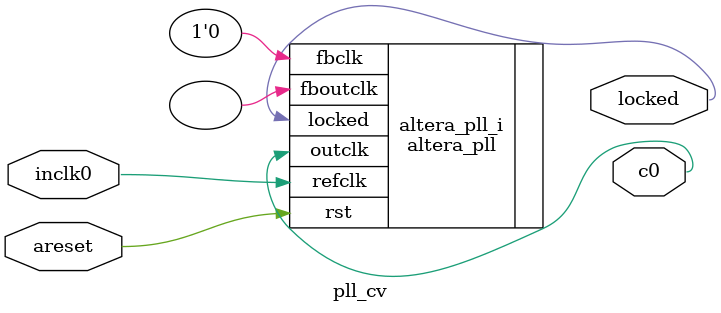
<source format=v>
`timescale 1ns/10ps
module  pll_cv(

	// interface 'refclk'
	input wire inclk0,

	// interface 'reset'
	input wire areset,

	// interface 'outclk0'
	output wire c0,

	// interface 'locked'
	output wire locked
);

	altera_pll #(
		.fractional_vco_multiplier("true"),
		.reference_clock_frequency("50.0 MHz"),
		.operation_mode("normal"),
		.number_of_clocks(1),
		.output_clock_frequency0("148.500000 MHz"),
		.phase_shift0("0 ps"),
		.duty_cycle0(50),
		.output_clock_frequency1("0 MHz"),
		.phase_shift1("0 ps"),
		.duty_cycle1(50),
		.output_clock_frequency2("0 MHz"),
		.phase_shift2("0 ps"),
		.duty_cycle2(50),
		.output_clock_frequency3("0 MHz"),
		.phase_shift3("0 ps"),
		.duty_cycle3(50),
		.output_clock_frequency4("0 MHz"),
		.phase_shift4("0 ps"),
		.duty_cycle4(50),
		.output_clock_frequency5("0 MHz"),
		.phase_shift5("0 ps"),
		.duty_cycle5(50),
		.output_clock_frequency6("0 MHz"),
		.phase_shift6("0 ps"),
		.duty_cycle6(50),
		.output_clock_frequency7("0 MHz"),
		.phase_shift7("0 ps"),
		.duty_cycle7(50),
		.output_clock_frequency8("0 MHz"),
		.phase_shift8("0 ps"),
		.duty_cycle8(50),
		.output_clock_frequency9("0 MHz"),
		.phase_shift9("0 ps"),
		.duty_cycle9(50),
		.output_clock_frequency10("0 MHz"),
		.phase_shift10("0 ps"),
		.duty_cycle10(50),
		.output_clock_frequency11("0 MHz"),
		.phase_shift11("0 ps"),
		.duty_cycle11(50),
		.output_clock_frequency12("0 MHz"),
		.phase_shift12("0 ps"),
		.duty_cycle12(50),
		.output_clock_frequency13("0 MHz"),
		.phase_shift13("0 ps"),
		.duty_cycle13(50),
		.output_clock_frequency14("0 MHz"),
		.phase_shift14("0 ps"),
		.duty_cycle14(50),
		.output_clock_frequency15("0 MHz"),
		.phase_shift15("0 ps"),
		.duty_cycle15(50),
		.output_clock_frequency16("0 MHz"),
		.phase_shift16("0 ps"),
		.duty_cycle16(50),
		.output_clock_frequency17("0 MHz"),
		.phase_shift17("0 ps"),
		.duty_cycle17(50),
		.pll_type("General"),
		.pll_subtype("General")
	) altera_pll_i (
		.rst	(areset),
		.outclk	({c0}),
		.locked	(locked),
		.fboutclk	( ),
		.fbclk	(1'b0),
		.refclk	(inclk0)
	);
endmodule


</source>
